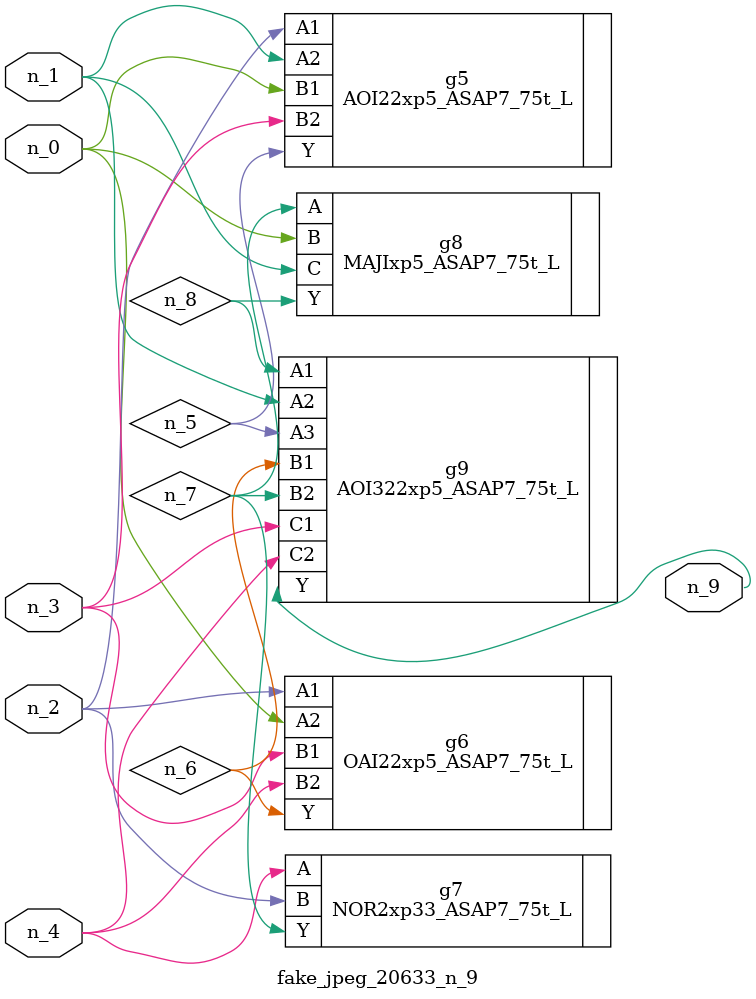
<source format=v>
module fake_jpeg_20633_n_9 (n_3, n_2, n_1, n_0, n_4, n_9);

input n_3;
input n_2;
input n_1;
input n_0;
input n_4;

output n_9;

wire n_8;
wire n_6;
wire n_5;
wire n_7;

AOI22xp5_ASAP7_75t_L g5 ( 
.A1(n_2),
.A2(n_1),
.B1(n_0),
.B2(n_3),
.Y(n_5)
);

OAI22xp5_ASAP7_75t_L g6 ( 
.A1(n_2),
.A2(n_0),
.B1(n_3),
.B2(n_4),
.Y(n_6)
);

NOR2xp33_ASAP7_75t_L g7 ( 
.A(n_4),
.B(n_2),
.Y(n_7)
);

MAJIxp5_ASAP7_75t_L g8 ( 
.A(n_7),
.B(n_0),
.C(n_1),
.Y(n_8)
);

AOI322xp5_ASAP7_75t_L g9 ( 
.A1(n_8),
.A2(n_1),
.A3(n_5),
.B1(n_6),
.B2(n_7),
.C1(n_3),
.C2(n_4),
.Y(n_9)
);


endmodule
</source>
